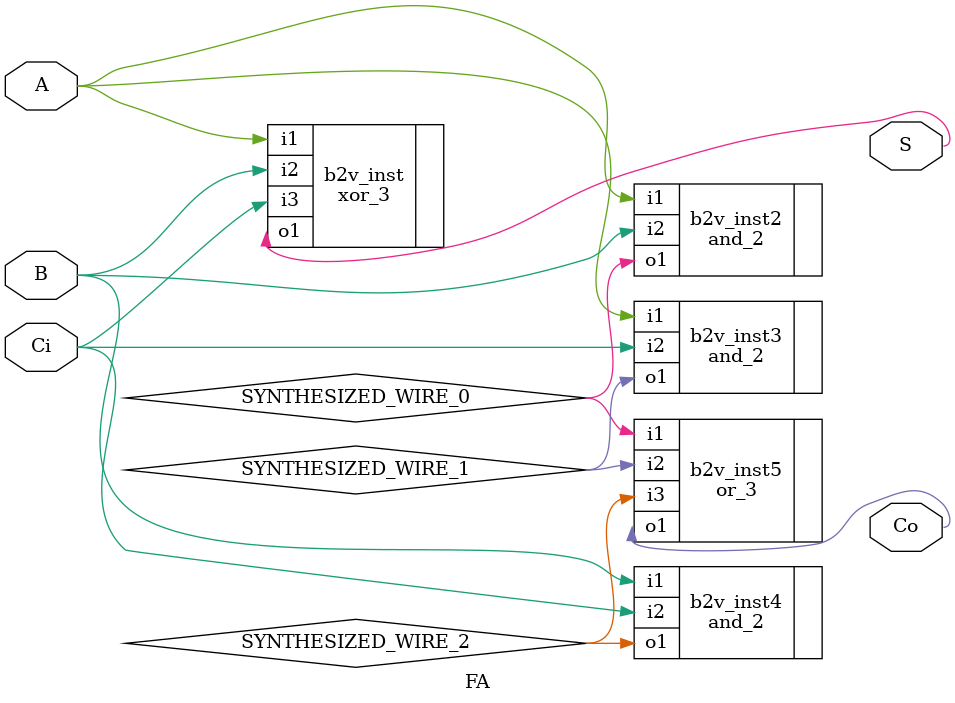
<source format=v>


module FA(
	A,
	B,
	Ci,
	S,
	Co
);


input wire	A;
input wire	B;
input wire	Ci;
output wire	S;
output wire	Co;

wire	SYNTHESIZED_WIRE_0;
wire	SYNTHESIZED_WIRE_1;
wire	SYNTHESIZED_WIRE_2;





xor_3	b2v_inst(
	.i1(A),
	.i2(B),
	.i3(Ci),
	.o1(S));


and_2	b2v_inst2(
	.i1(A),
	.i2(B),
	.o1(SYNTHESIZED_WIRE_0));


and_2	b2v_inst3(
	.i1(A),
	.i2(Ci),
	.o1(SYNTHESIZED_WIRE_1));


and_2	b2v_inst4(
	.i1(B),
	.i2(Ci),
	.o1(SYNTHESIZED_WIRE_2));


or_3	b2v_inst5(
	.i1(SYNTHESIZED_WIRE_0),
	.i2(SYNTHESIZED_WIRE_1),
	.i3(SYNTHESIZED_WIRE_2),
	.o1(Co));


endmodule

</source>
